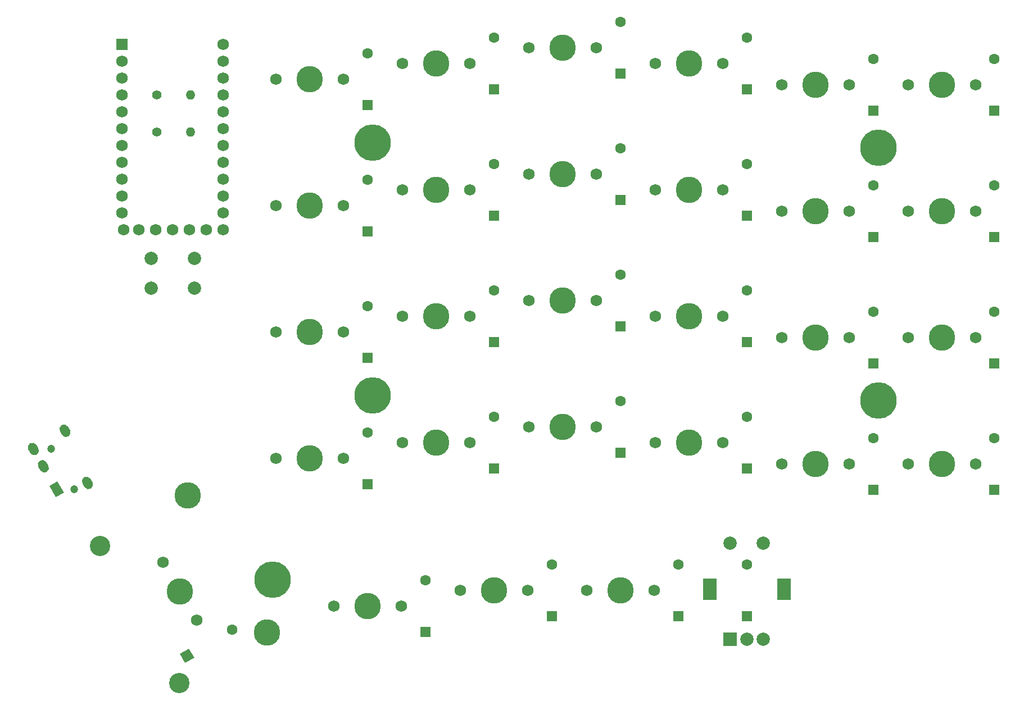
<source format=gbr>
%TF.GenerationSoftware,KiCad,Pcbnew,(5.1.9-0-10_14)*%
%TF.CreationDate,2021-04-19T01:18:51-05:00*%
%TF.ProjectId,wren-right,7772656e-2d72-4696-9768-742e6b696361,rev?*%
%TF.SameCoordinates,Original*%
%TF.FileFunction,Soldermask,Top*%
%TF.FilePolarity,Negative*%
%FSLAX46Y46*%
G04 Gerber Fmt 4.6, Leading zero omitted, Abs format (unit mm)*
G04 Created by KiCad (PCBNEW (5.1.9-0-10_14)) date 2021-04-19 01:18:51*
%MOMM*%
%LPD*%
G01*
G04 APERTURE LIST*
%ADD10C,5.500000*%
%ADD11C,3.987800*%
%ADD12C,3.048000*%
%ADD13C,1.750000*%
%ADD14O,1.400000X1.400000*%
%ADD15C,1.400000*%
%ADD16C,1.600000*%
%ADD17R,1.600000X1.600000*%
%ADD18C,0.100000*%
%ADD19R,2.000000X2.000000*%
%ADD20C,2.000000*%
%ADD21R,2.000000X3.200000*%
%ADD22C,1.752600*%
%ADD23R,1.752600X1.752600*%
%ADD24C,1.200000*%
G04 APERTURE END LIST*
D10*
%TO.C,H7*%
X120650000Y-138112500D03*
%TD*%
%TO.C,H6*%
X135731250Y-110331250D03*
%TD*%
%TO.C,H3*%
X135731250Y-72231250D03*
%TD*%
%TO.C,H2*%
X211931250Y-73025000D03*
%TD*%
%TO.C,H1*%
X211913250Y-111125000D03*
%TD*%
D11*
%TO.C,MX41*%
X119766290Y-146069861D03*
X107828290Y-125392639D03*
D12*
X106568063Y-153689861D03*
X94630063Y-133012639D03*
D13*
X109188250Y-144258159D03*
X104108250Y-135459341D03*
D11*
X106648250Y-139858750D03*
%TD*%
D14*
%TO.C,R2*%
X108283750Y-70643750D03*
D15*
X103203750Y-70643750D03*
%TD*%
D14*
%TO.C,R1*%
X108283750Y-65087500D03*
D15*
X103203750Y-65087500D03*
%TD*%
D16*
%TO.C,D45*%
X192087500Y-135800000D03*
D17*
X192087500Y-143600000D03*
%TD*%
D16*
%TO.C,D44*%
X181768750Y-135800000D03*
D17*
X181768750Y-143600000D03*
%TD*%
D16*
%TO.C,D43*%
X162718750Y-135800000D03*
D17*
X162718750Y-143600000D03*
%TD*%
D16*
%TO.C,D42*%
X143672250Y-138181250D03*
D17*
X143672250Y-145981250D03*
%TD*%
D16*
%TO.C,D41*%
X114516249Y-145687500D03*
D18*
G36*
X107468431Y-150680320D02*
G01*
X106668431Y-149294680D01*
X108054071Y-148494680D01*
X108854071Y-149880320D01*
X107468431Y-150680320D01*
G37*
%TD*%
D16*
%TO.C,D36*%
X229370250Y-116750000D03*
D17*
X229370250Y-124550000D03*
%TD*%
D16*
%TO.C,D35*%
X211119750Y-116750000D03*
D17*
X211119750Y-124550000D03*
%TD*%
D16*
%TO.C,D34*%
X192075750Y-113575000D03*
D17*
X192075750Y-121375000D03*
%TD*%
D16*
%TO.C,D33*%
X173031750Y-111193750D03*
D17*
X173031750Y-118993750D03*
%TD*%
D16*
%TO.C,D32*%
X153987750Y-113575000D03*
D17*
X153987750Y-121375000D03*
%TD*%
D16*
%TO.C,D31*%
X134943750Y-115956250D03*
D17*
X134943750Y-123756250D03*
%TD*%
D16*
%TO.C,D26*%
X229370250Y-97700000D03*
D17*
X229370250Y-105500000D03*
%TD*%
D16*
%TO.C,D25*%
X211119750Y-97700000D03*
D17*
X211119750Y-105500000D03*
%TD*%
D16*
%TO.C,D24*%
X192075750Y-94525000D03*
D17*
X192075750Y-102325000D03*
%TD*%
D16*
%TO.C,D23*%
X173031750Y-92143750D03*
D17*
X173031750Y-99943750D03*
%TD*%
D16*
%TO.C,D22*%
X153987750Y-94525000D03*
D17*
X153987750Y-102325000D03*
%TD*%
D16*
%TO.C,D21*%
X134943750Y-96906250D03*
D17*
X134943750Y-104706250D03*
%TD*%
D16*
%TO.C,D16*%
X229370250Y-78650000D03*
D17*
X229370250Y-86450000D03*
%TD*%
D16*
%TO.C,D15*%
X211119750Y-78650000D03*
D17*
X211119750Y-86450000D03*
%TD*%
D16*
%TO.C,D14*%
X192075750Y-75475000D03*
D17*
X192075750Y-83275000D03*
%TD*%
D16*
%TO.C,D13*%
X173031750Y-73093750D03*
D17*
X173031750Y-80893750D03*
%TD*%
D16*
%TO.C,D12*%
X153987750Y-75475000D03*
D17*
X153987750Y-83275000D03*
%TD*%
D16*
%TO.C,D11*%
X134943750Y-77856250D03*
D17*
X134943750Y-85656250D03*
%TD*%
D16*
%TO.C,D6*%
X229370250Y-59600000D03*
D17*
X229370250Y-67400000D03*
%TD*%
D16*
%TO.C,D5*%
X211119750Y-59600000D03*
D17*
X211119750Y-67400000D03*
%TD*%
D16*
%TO.C,D4*%
X192075750Y-56425000D03*
D17*
X192075750Y-64225000D03*
%TD*%
D16*
%TO.C,D3*%
X173031750Y-54043750D03*
D17*
X173031750Y-61843750D03*
%TD*%
D16*
%TO.C,D2*%
X153987750Y-56425000D03*
D17*
X153987750Y-64225000D03*
%TD*%
D16*
%TO.C,D1*%
X134943750Y-58806250D03*
D17*
X134943750Y-66606250D03*
%TD*%
D19*
%TO.C,ENC1*%
X189579250Y-147097750D03*
D20*
X192079250Y-147097750D03*
X194579250Y-147097750D03*
D21*
X186479250Y-139597750D03*
X197679250Y-139597750D03*
D20*
X189579250Y-132597750D03*
X194579250Y-132597750D03*
%TD*%
D22*
%TO.C,U1*%
X100488750Y-85407500D03*
X103028750Y-85407500D03*
X105568750Y-85407500D03*
X108108750Y-85407500D03*
X110648750Y-85407500D03*
X113188750Y-57467500D03*
X98177350Y-85407500D03*
X113188750Y-60007500D03*
X113188750Y-62547500D03*
X113188750Y-65087500D03*
X113188750Y-67627500D03*
X113188750Y-70167500D03*
X113188750Y-72707500D03*
X113188750Y-75247500D03*
X113188750Y-77787500D03*
X113188750Y-80327500D03*
X113188750Y-82867500D03*
X113188750Y-85407500D03*
X97948750Y-82867500D03*
X97948750Y-80327500D03*
X97948750Y-77787500D03*
X97948750Y-75247500D03*
X97948750Y-72707500D03*
X97948750Y-70167500D03*
X97948750Y-67627500D03*
X97948750Y-65087500D03*
X97948750Y-62547500D03*
X97948750Y-60007500D03*
D23*
X97948750Y-57467500D03*
%TD*%
D20*
%TO.C,SW0*%
X108830250Y-89693750D03*
X108830250Y-94193750D03*
X102330250Y-89693750D03*
X102330250Y-94193750D03*
%TD*%
D24*
%TO.C,J1*%
X90748108Y-124467583D03*
X87248108Y-118405405D03*
G36*
G01*
X84106250Y-117563546D02*
X84106250Y-117563546D01*
G75*
G02*
X85062468Y-117819764I350000J-606218D01*
G01*
X85362468Y-118339380D01*
G75*
G02*
X85106250Y-119295598I-606218J-350000D01*
G01*
X85106250Y-119295598D01*
G75*
G02*
X84150032Y-119039380I-350000J606218D01*
G01*
X83850032Y-118519764D01*
G75*
G02*
X84106250Y-117563546I606218J350000D01*
G01*
G37*
G36*
G01*
X85606250Y-120161622D02*
X85606250Y-120161622D01*
G75*
G02*
X86562468Y-120417840I350000J-606218D01*
G01*
X86862468Y-120937456D01*
G75*
G02*
X86606250Y-121893674I-606218J-350000D01*
G01*
X86606250Y-121893674D01*
G75*
G02*
X85650032Y-121637456I-350000J606218D01*
G01*
X85350032Y-121117840D01*
G75*
G02*
X85606250Y-120161622I606218J350000D01*
G01*
G37*
D18*
G36*
X87000032Y-123975725D02*
G01*
X88212468Y-123275725D01*
X89212468Y-125007775D01*
X88000032Y-125707775D01*
X87000032Y-123975725D01*
G37*
G36*
G01*
X92253364Y-122674762D02*
X92253364Y-122674762D01*
G75*
G02*
X93209582Y-122930980I350000J-606218D01*
G01*
X93509582Y-123450596D01*
G75*
G02*
X93253364Y-124406814I-606218J-350000D01*
G01*
X93253364Y-124406814D01*
G75*
G02*
X92297146Y-124150596I-350000J606218D01*
G01*
X91997146Y-123630980D01*
G75*
G02*
X92253364Y-122674762I606218J350000D01*
G01*
G37*
G36*
G01*
X88869390Y-114813546D02*
X88869390Y-114813546D01*
G75*
G02*
X89825608Y-115069764I350000J-606218D01*
G01*
X90125608Y-115589380D01*
G75*
G02*
X89869390Y-116545598I-606218J-350000D01*
G01*
X89869390Y-116545598D01*
G75*
G02*
X88913172Y-116289380I-350000J606218D01*
G01*
X88613172Y-115769764D01*
G75*
G02*
X88869390Y-114813546I606218J350000D01*
G01*
G37*
%TD*%
D13*
%TO.C,MX44*%
X178117500Y-139700000D03*
X167957500Y-139700000D03*
D11*
X173037500Y-139700000D03*
%TD*%
D13*
%TO.C,MX43*%
X159067500Y-139700000D03*
X148907500Y-139700000D03*
D11*
X153987500Y-139700000D03*
%TD*%
D13*
%TO.C,MX42*%
X140017500Y-142081250D03*
X129857500Y-142081250D03*
D11*
X134937500Y-142081250D03*
%TD*%
D13*
%TO.C,MX36*%
X226536250Y-120650000D03*
X216376250Y-120650000D03*
D11*
X221456250Y-120650000D03*
%TD*%
D13*
%TO.C,MX35*%
X207486250Y-120650000D03*
X197326250Y-120650000D03*
D11*
X202406250Y-120650000D03*
%TD*%
D13*
%TO.C,MX34*%
X188436250Y-117475000D03*
X178276250Y-117475000D03*
D11*
X183356250Y-117475000D03*
%TD*%
D13*
%TO.C,MX33*%
X169386250Y-115093750D03*
X159226250Y-115093750D03*
D11*
X164306250Y-115093750D03*
%TD*%
D13*
%TO.C,MX32*%
X150336250Y-117475000D03*
X140176250Y-117475000D03*
D11*
X145256250Y-117475000D03*
%TD*%
D13*
%TO.C,MX31*%
X131286250Y-119856250D03*
X121126250Y-119856250D03*
D11*
X126206250Y-119856250D03*
%TD*%
D13*
%TO.C,MX26*%
X226536250Y-101600000D03*
X216376250Y-101600000D03*
D11*
X221456250Y-101600000D03*
%TD*%
D13*
%TO.C,MX25*%
X207486250Y-101600000D03*
X197326250Y-101600000D03*
D11*
X202406250Y-101600000D03*
%TD*%
D13*
%TO.C,MX24*%
X188436250Y-98425000D03*
X178276250Y-98425000D03*
D11*
X183356250Y-98425000D03*
%TD*%
D13*
%TO.C,MX23*%
X169386250Y-96043750D03*
X159226250Y-96043750D03*
D11*
X164306250Y-96043750D03*
%TD*%
D13*
%TO.C,MX22*%
X150336250Y-98425000D03*
X140176250Y-98425000D03*
D11*
X145256250Y-98425000D03*
%TD*%
D13*
%TO.C,MX21*%
X131286250Y-100806250D03*
X121126250Y-100806250D03*
D11*
X126206250Y-100806250D03*
%TD*%
D13*
%TO.C,MX16*%
X226536250Y-82550000D03*
X216376250Y-82550000D03*
D11*
X221456250Y-82550000D03*
%TD*%
D13*
%TO.C,MX15*%
X207486250Y-82550000D03*
X197326250Y-82550000D03*
D11*
X202406250Y-82550000D03*
%TD*%
D13*
%TO.C,MX14*%
X188436250Y-79375000D03*
X178276250Y-79375000D03*
D11*
X183356250Y-79375000D03*
%TD*%
D13*
%TO.C,MX13*%
X169386250Y-76993750D03*
X159226250Y-76993750D03*
D11*
X164306250Y-76993750D03*
%TD*%
D13*
%TO.C,MX12*%
X150336250Y-79375000D03*
X140176250Y-79375000D03*
D11*
X145256250Y-79375000D03*
%TD*%
D13*
%TO.C,MX11*%
X131286250Y-81756250D03*
X121126250Y-81756250D03*
D11*
X126206250Y-81756250D03*
%TD*%
D13*
%TO.C,MX6*%
X226536250Y-63500000D03*
X216376250Y-63500000D03*
D11*
X221456250Y-63500000D03*
%TD*%
D13*
%TO.C,MX5*%
X207486250Y-63500000D03*
X197326250Y-63500000D03*
D11*
X202406250Y-63500000D03*
%TD*%
D13*
%TO.C,MX4*%
X188436250Y-60325000D03*
X178276250Y-60325000D03*
D11*
X183356250Y-60325000D03*
%TD*%
D13*
%TO.C,MX3*%
X169386250Y-57943750D03*
X159226250Y-57943750D03*
D11*
X164306250Y-57943750D03*
%TD*%
D13*
%TO.C,MX2*%
X150336250Y-60325000D03*
X140176250Y-60325000D03*
D11*
X145256250Y-60325000D03*
%TD*%
D13*
%TO.C,MX1*%
X131286250Y-62706250D03*
X121126250Y-62706250D03*
D11*
X126206250Y-62706250D03*
%TD*%
M02*

</source>
